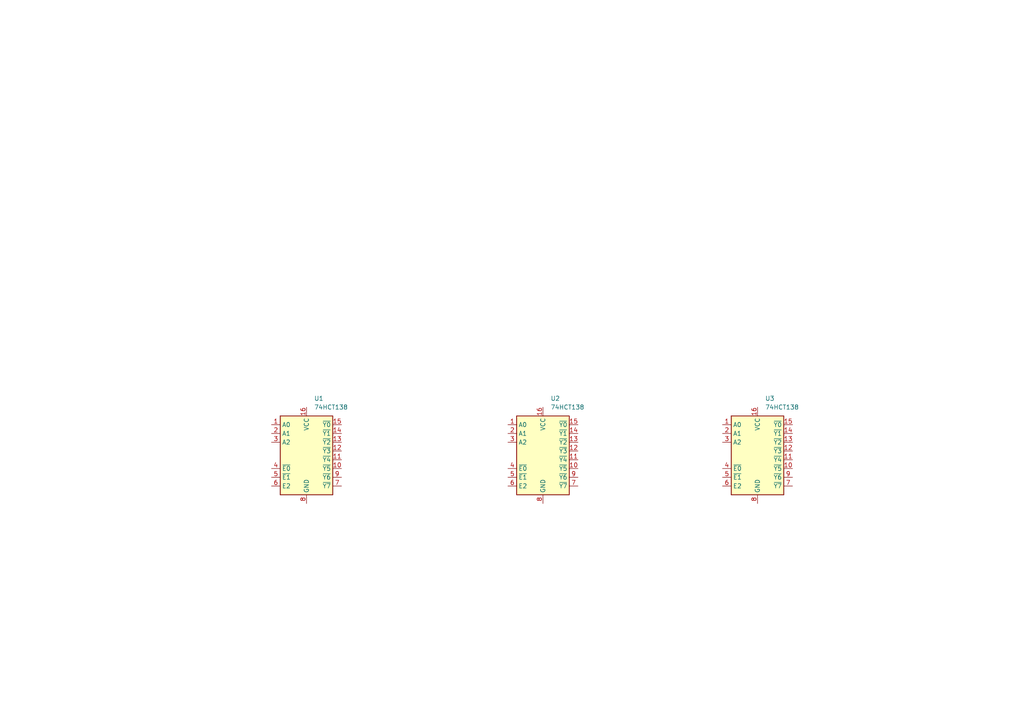
<source format=kicad_sch>
(kicad_sch (version 20231120) (generator "eeschema") (generator_version "8.0")
  (paper "A4")
  (lib_symbols
    (symbol "74xx:74HCT138"
      (property "Reference" "U" (at -7.62 13.97 0))
      (property "Value" "74HCT138" (at 2.54 -11.43 0))
      (symbol "74HCT138_0_1"
        (rectangle (start -7.62 12.7) (end 7.62 -10.16) (stroke (width 0.254)) (fill (type background)))
      )
      (symbol "74HCT138_1_1"
        (pin input line (at -10.16 10.16 0) (length 2.54) (name "A0") (number "1"))
        (pin output line (at 10.16 -2.54 180) (length 2.54) (name "~{Y5}") (number "10"))
        (pin output line (at 10.16 0 180) (length 2.54) (name "~{Y4}") (number "11"))
        (pin output line (at 10.16 2.54 180) (length 2.54) (name "~{Y3}") (number "12"))
        (pin output line (at 10.16 5.08 180) (length 2.54) (name "~{Y2}") (number "13"))
        (pin output line (at 10.16 7.62 180) (length 2.54) (name "~{Y1}") (number "14"))
        (pin output line (at 10.16 10.16 180) (length 2.54) (name "~{Y0}") (number "15"))
        (pin power_in line (at 0 15.24 270) (length 2.54) (name "VCC") (number "16"))
        (pin input line (at -10.16 7.62 0) (length 2.54) (name "A1") (number "2"))
        (pin input line (at -10.16 5.08 0) (length 2.54) (name "A2") (number "3"))
        (pin input line (at -10.16 -2.54 0) (length 2.54) (name "~{E0}") (number "4"))
        (pin input line (at -10.16 -5.08 0) (length 2.54) (name "~{E1}") (number "5"))
        (pin input line (at -10.16 -7.62 0) (length 2.54) (name "E2") (number "6"))
        (pin output line (at 10.16 -7.62 180) (length 2.54) (name "~{Y7}") (number "7"))
        (pin power_in line (at 0 -12.7 90) (length 2.54) (name "GND") (number "8"))
        (pin output line (at 10.16 -5.08 180) (length 2.54) (name "~{Y6}") (number "9"))
      )
    )
  )
  (symbol (lib_id "74xx:74HCT138") (at 157.48 133.35 0) (unit 1)
    (property "Reference" "U2" (at 159.6741 115.57 0) (effects (justify left)))
    (property "Value" "74HCT138" (at 159.6741 118.11 0) (effects (justify left)))
    (property "Datasheet" "http://www.ti.com/lit/ds/symlink/cd74hc238.pdf" (effects (hide yes)))
    (property "Description" "3-to-8 line decoder/multiplexer inverting, DIP-16/SOIC-16/SSOP-16" (effects (hide yes)))
  )
  (symbol (lib_id "74xx:74HCT138") (at 88.9 133.35 0) (unit 1)
    (property "Reference" "U1" (at 91.0941 115.57 0) (effects (justify left)))
    (property "Value" "74HCT138" (at 91.0941 118.11 0) (effects (justify left)))
    (property "Datasheet" "http://www.ti.com/lit/ds/symlink/cd74hc238.pdf" (effects (hide yes)))
    (property "Description" "3-to-8 line decoder/multiplexer inverting, DIP-16/SOIC-16/SSOP-16" (effects (hide yes)))
  )
  (symbol (lib_id "74xx:74HCT138") (at 219.71 133.35 0) (unit 1)
    (property "Reference" "U3" (at 221.9041 115.57 0) (effects (justify left)))
    (property "Value" "74HCT138" (at 221.9041 118.11 0) (effects (justify left)))
    (property "Datasheet" "http://www.ti.com/lit/ds/symlink/cd74hc238.pdf" (effects (hide yes)))
    (property "Description" "3-to-8 line decoder/multiplexer inverting, DIP-16/SOIC-16/SSOP-16" (effects (hide yes)))
  )
)
</source>
